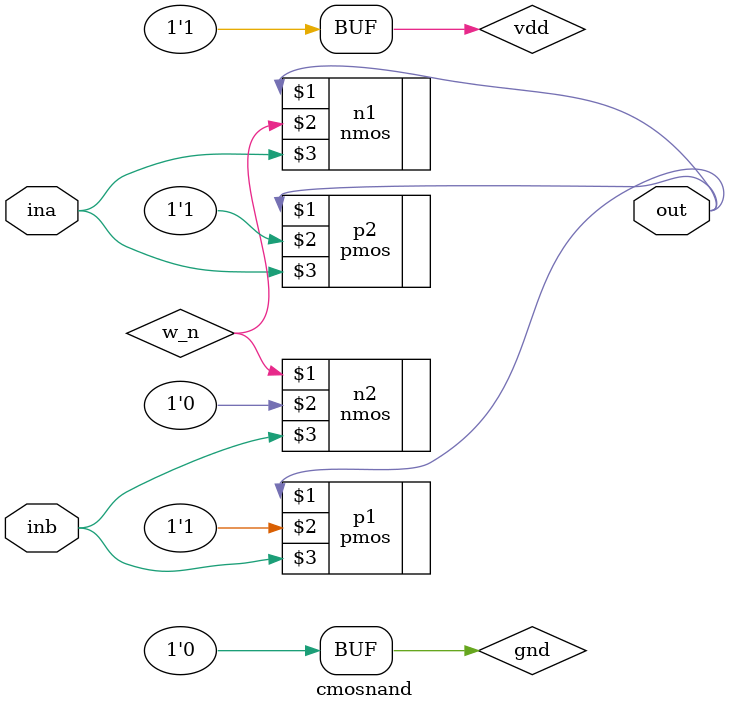
<source format=v>
module cmosnand(out, ina, inb);
   input ina, inb;
   output out;

   wire   w_n; // connect the 2 cmos transistors
   supply1 vdd;
   supply0 gnd;

   // pmos name(drain, source, gate);
   pmos p1(out, vdd, inb);
   pmos p2(out, vdd, ina);
   
   // nmos name(drain, source, gate);
   nmos n2(w_n, gnd, inb);
   nmos n1(out, w_n,ina);
endmodule // cmosnand

</source>
